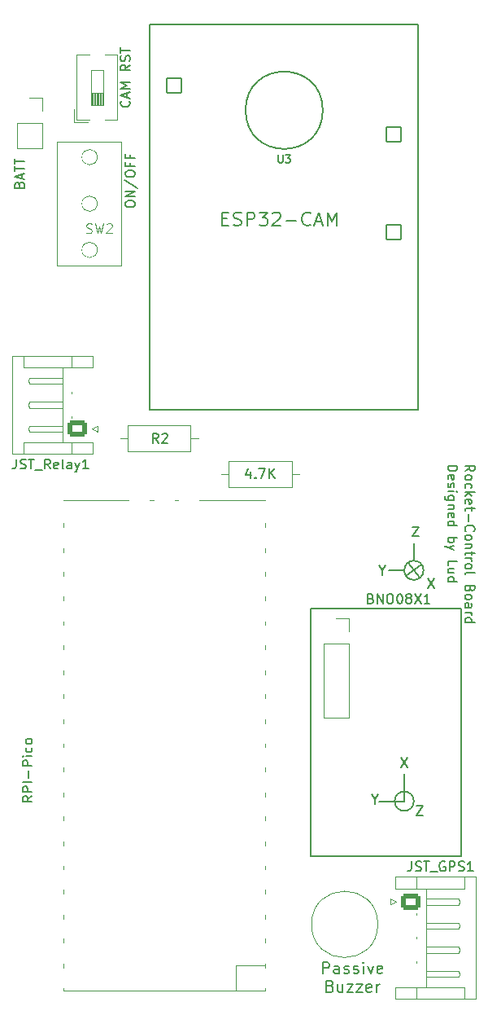
<source format=gto>
G04 #@! TF.GenerationSoftware,KiCad,Pcbnew,7.0.7*
G04 #@! TF.CreationDate,2024-03-11T23:00:31+01:00*
G04 #@! TF.ProjectId,RocketBoard,526f636b-6574-4426-9f61-72642e6b6963,rev?*
G04 #@! TF.SameCoordinates,Original*
G04 #@! TF.FileFunction,Legend,Top*
G04 #@! TF.FilePolarity,Positive*
%FSLAX46Y46*%
G04 Gerber Fmt 4.6, Leading zero omitted, Abs format (unit mm)*
G04 Created by KiCad (PCBNEW 7.0.7) date 2024-03-11 23:00:31*
%MOMM*%
%LPD*%
G01*
G04 APERTURE LIST*
G04 Aperture macros list*
%AMRoundRect*
0 Rectangle with rounded corners*
0 $1 Rounding radius*
0 $2 $3 $4 $5 $6 $7 $8 $9 X,Y pos of 4 corners*
0 Add a 4 corners polygon primitive as box body*
4,1,4,$2,$3,$4,$5,$6,$7,$8,$9,$2,$3,0*
0 Add four circle primitives for the rounded corners*
1,1,$1+$1,$2,$3*
1,1,$1+$1,$4,$5*
1,1,$1+$1,$6,$7*
1,1,$1+$1,$8,$9*
0 Add four rect primitives between the rounded corners*
20,1,$1+$1,$2,$3,$4,$5,0*
20,1,$1+$1,$4,$5,$6,$7,0*
20,1,$1+$1,$6,$7,$8,$9,0*
20,1,$1+$1,$8,$9,$2,$3,0*%
G04 Aperture macros list end*
%ADD10C,0.150000*%
%ADD11C,0.200000*%
%ADD12C,0.100000*%
%ADD13C,0.120000*%
%ADD14C,0.127000*%
%ADD15R,2.000000X2.000000*%
%ADD16C,2.000000*%
%ADD17R,1.700000X1.700000*%
%ADD18O,1.700000X1.700000*%
%ADD19RoundRect,0.250000X-0.725000X0.600000X-0.725000X-0.600000X0.725000X-0.600000X0.725000X0.600000X0*%
%ADD20O,1.950000X1.700000*%
%ADD21R,3.500000X1.700000*%
%ADD22R,1.700000X3.500000*%
%ADD23C,2.200000*%
%ADD24RoundRect,0.250000X0.725000X-0.600000X0.725000X0.600000X-0.725000X0.600000X-0.725000X-0.600000X0*%
%ADD25RoundRect,0.102000X0.762000X0.762000X-0.762000X0.762000X-0.762000X-0.762000X0.762000X-0.762000X0*%
%ADD26O,3.252000X1.728000*%
%ADD27C,1.600000*%
%ADD28O,1.600000X1.600000*%
%ADD29C,1.524000*%
%ADD30R,1.120000X2.440000*%
%ADD31O,3.500000X3.500000*%
%ADD32R,2.000000X1.905000*%
%ADD33O,2.000000X1.905000*%
G04 APERTURE END LIST*
D10*
X136900000Y-123950000D02*
X139500000Y-123950000D01*
X140500000Y-123950000D02*
G75*
G03*
X140500000Y-123950000I-1000000J0D01*
G01*
X139500000Y-123950000D02*
X139500000Y-121150000D01*
X137900000Y-99950000D02*
X139400000Y-99950000D01*
X141300000Y-99350000D02*
X139700000Y-100550000D01*
X129785000Y-103900000D02*
X145385000Y-103900000D01*
X145385000Y-129700000D01*
X129785000Y-129700000D01*
X129785000Y-103900000D01*
X139900000Y-99150000D02*
X141100000Y-100750000D01*
X140500000Y-98950000D02*
X140500000Y-97150000D01*
X141500000Y-99950000D02*
G75*
G03*
X141500000Y-99950000I-1000000J0D01*
G01*
X137227255Y-99943628D02*
X137227255Y-100419819D01*
X136893922Y-99419819D02*
X137227255Y-99943628D01*
X137227255Y-99943628D02*
X137560588Y-99419819D01*
X139141541Y-119419819D02*
X139808207Y-120419819D01*
X139808207Y-119419819D02*
X139141541Y-120419819D01*
X136427255Y-123743628D02*
X136427255Y-124219819D01*
X136093922Y-123219819D02*
X136427255Y-123743628D01*
X136427255Y-123743628D02*
X136760588Y-123219819D01*
X141941541Y-100819819D02*
X142608207Y-101819819D01*
X142608207Y-100819819D02*
X141941541Y-101819819D01*
D11*
X131014285Y-141860742D02*
X131014285Y-140660742D01*
X131014285Y-140660742D02*
X131471428Y-140660742D01*
X131471428Y-140660742D02*
X131585713Y-140717885D01*
X131585713Y-140717885D02*
X131642856Y-140775028D01*
X131642856Y-140775028D02*
X131699999Y-140889314D01*
X131699999Y-140889314D02*
X131699999Y-141060742D01*
X131699999Y-141060742D02*
X131642856Y-141175028D01*
X131642856Y-141175028D02*
X131585713Y-141232171D01*
X131585713Y-141232171D02*
X131471428Y-141289314D01*
X131471428Y-141289314D02*
X131014285Y-141289314D01*
X132728571Y-141860742D02*
X132728571Y-141232171D01*
X132728571Y-141232171D02*
X132671428Y-141117885D01*
X132671428Y-141117885D02*
X132557142Y-141060742D01*
X132557142Y-141060742D02*
X132328571Y-141060742D01*
X132328571Y-141060742D02*
X132214285Y-141117885D01*
X132728571Y-141803600D02*
X132614285Y-141860742D01*
X132614285Y-141860742D02*
X132328571Y-141860742D01*
X132328571Y-141860742D02*
X132214285Y-141803600D01*
X132214285Y-141803600D02*
X132157142Y-141689314D01*
X132157142Y-141689314D02*
X132157142Y-141575028D01*
X132157142Y-141575028D02*
X132214285Y-141460742D01*
X132214285Y-141460742D02*
X132328571Y-141403600D01*
X132328571Y-141403600D02*
X132614285Y-141403600D01*
X132614285Y-141403600D02*
X132728571Y-141346457D01*
X133242856Y-141803600D02*
X133357142Y-141860742D01*
X133357142Y-141860742D02*
X133585713Y-141860742D01*
X133585713Y-141860742D02*
X133699999Y-141803600D01*
X133699999Y-141803600D02*
X133757142Y-141689314D01*
X133757142Y-141689314D02*
X133757142Y-141632171D01*
X133757142Y-141632171D02*
X133699999Y-141517885D01*
X133699999Y-141517885D02*
X133585713Y-141460742D01*
X133585713Y-141460742D02*
X133414285Y-141460742D01*
X133414285Y-141460742D02*
X133299999Y-141403600D01*
X133299999Y-141403600D02*
X133242856Y-141289314D01*
X133242856Y-141289314D02*
X133242856Y-141232171D01*
X133242856Y-141232171D02*
X133299999Y-141117885D01*
X133299999Y-141117885D02*
X133414285Y-141060742D01*
X133414285Y-141060742D02*
X133585713Y-141060742D01*
X133585713Y-141060742D02*
X133699999Y-141117885D01*
X134214285Y-141803600D02*
X134328571Y-141860742D01*
X134328571Y-141860742D02*
X134557142Y-141860742D01*
X134557142Y-141860742D02*
X134671428Y-141803600D01*
X134671428Y-141803600D02*
X134728571Y-141689314D01*
X134728571Y-141689314D02*
X134728571Y-141632171D01*
X134728571Y-141632171D02*
X134671428Y-141517885D01*
X134671428Y-141517885D02*
X134557142Y-141460742D01*
X134557142Y-141460742D02*
X134385714Y-141460742D01*
X134385714Y-141460742D02*
X134271428Y-141403600D01*
X134271428Y-141403600D02*
X134214285Y-141289314D01*
X134214285Y-141289314D02*
X134214285Y-141232171D01*
X134214285Y-141232171D02*
X134271428Y-141117885D01*
X134271428Y-141117885D02*
X134385714Y-141060742D01*
X134385714Y-141060742D02*
X134557142Y-141060742D01*
X134557142Y-141060742D02*
X134671428Y-141117885D01*
X135242857Y-141860742D02*
X135242857Y-141060742D01*
X135242857Y-140660742D02*
X135185714Y-140717885D01*
X135185714Y-140717885D02*
X135242857Y-140775028D01*
X135242857Y-140775028D02*
X135300000Y-140717885D01*
X135300000Y-140717885D02*
X135242857Y-140660742D01*
X135242857Y-140660742D02*
X135242857Y-140775028D01*
X135700000Y-141060742D02*
X135985714Y-141860742D01*
X135985714Y-141860742D02*
X136271429Y-141060742D01*
X137185715Y-141803600D02*
X137071429Y-141860742D01*
X137071429Y-141860742D02*
X136842858Y-141860742D01*
X136842858Y-141860742D02*
X136728572Y-141803600D01*
X136728572Y-141803600D02*
X136671429Y-141689314D01*
X136671429Y-141689314D02*
X136671429Y-141232171D01*
X136671429Y-141232171D02*
X136728572Y-141117885D01*
X136728572Y-141117885D02*
X136842858Y-141060742D01*
X136842858Y-141060742D02*
X137071429Y-141060742D01*
X137071429Y-141060742D02*
X137185715Y-141117885D01*
X137185715Y-141117885D02*
X137242858Y-141232171D01*
X137242858Y-141232171D02*
X137242858Y-141346457D01*
X137242858Y-141346457D02*
X136671429Y-141460742D01*
X131785714Y-143164171D02*
X131957142Y-143221314D01*
X131957142Y-143221314D02*
X132014285Y-143278457D01*
X132014285Y-143278457D02*
X132071428Y-143392742D01*
X132071428Y-143392742D02*
X132071428Y-143564171D01*
X132071428Y-143564171D02*
X132014285Y-143678457D01*
X132014285Y-143678457D02*
X131957142Y-143735600D01*
X131957142Y-143735600D02*
X131842857Y-143792742D01*
X131842857Y-143792742D02*
X131385714Y-143792742D01*
X131385714Y-143792742D02*
X131385714Y-142592742D01*
X131385714Y-142592742D02*
X131785714Y-142592742D01*
X131785714Y-142592742D02*
X131900000Y-142649885D01*
X131900000Y-142649885D02*
X131957142Y-142707028D01*
X131957142Y-142707028D02*
X132014285Y-142821314D01*
X132014285Y-142821314D02*
X132014285Y-142935600D01*
X132014285Y-142935600D02*
X131957142Y-143049885D01*
X131957142Y-143049885D02*
X131900000Y-143107028D01*
X131900000Y-143107028D02*
X131785714Y-143164171D01*
X131785714Y-143164171D02*
X131385714Y-143164171D01*
X133100000Y-142992742D02*
X133100000Y-143792742D01*
X132585714Y-142992742D02*
X132585714Y-143621314D01*
X132585714Y-143621314D02*
X132642857Y-143735600D01*
X132642857Y-143735600D02*
X132757142Y-143792742D01*
X132757142Y-143792742D02*
X132928571Y-143792742D01*
X132928571Y-143792742D02*
X133042857Y-143735600D01*
X133042857Y-143735600D02*
X133100000Y-143678457D01*
X133557142Y-142992742D02*
X134185714Y-142992742D01*
X134185714Y-142992742D02*
X133557142Y-143792742D01*
X133557142Y-143792742D02*
X134185714Y-143792742D01*
X134528571Y-142992742D02*
X135157143Y-142992742D01*
X135157143Y-142992742D02*
X134528571Y-143792742D01*
X134528571Y-143792742D02*
X135157143Y-143792742D01*
X136071429Y-143735600D02*
X135957143Y-143792742D01*
X135957143Y-143792742D02*
X135728572Y-143792742D01*
X135728572Y-143792742D02*
X135614286Y-143735600D01*
X135614286Y-143735600D02*
X135557143Y-143621314D01*
X135557143Y-143621314D02*
X135557143Y-143164171D01*
X135557143Y-143164171D02*
X135614286Y-143049885D01*
X135614286Y-143049885D02*
X135728572Y-142992742D01*
X135728572Y-142992742D02*
X135957143Y-142992742D01*
X135957143Y-142992742D02*
X136071429Y-143049885D01*
X136071429Y-143049885D02*
X136128572Y-143164171D01*
X136128572Y-143164171D02*
X136128572Y-143278457D01*
X136128572Y-143278457D02*
X135557143Y-143392742D01*
X136642857Y-143792742D02*
X136642857Y-142992742D01*
X136642857Y-143221314D02*
X136700000Y-143107028D01*
X136700000Y-143107028D02*
X136757143Y-143049885D01*
X136757143Y-143049885D02*
X136871428Y-142992742D01*
X136871428Y-142992742D02*
X136985714Y-142992742D01*
D10*
X145830180Y-89658207D02*
X146306371Y-89324874D01*
X145830180Y-89086779D02*
X146830180Y-89086779D01*
X146830180Y-89086779D02*
X146830180Y-89467731D01*
X146830180Y-89467731D02*
X146782561Y-89562969D01*
X146782561Y-89562969D02*
X146734942Y-89610588D01*
X146734942Y-89610588D02*
X146639704Y-89658207D01*
X146639704Y-89658207D02*
X146496847Y-89658207D01*
X146496847Y-89658207D02*
X146401609Y-89610588D01*
X146401609Y-89610588D02*
X146353990Y-89562969D01*
X146353990Y-89562969D02*
X146306371Y-89467731D01*
X146306371Y-89467731D02*
X146306371Y-89086779D01*
X145830180Y-90229636D02*
X145877800Y-90134398D01*
X145877800Y-90134398D02*
X145925419Y-90086779D01*
X145925419Y-90086779D02*
X146020657Y-90039160D01*
X146020657Y-90039160D02*
X146306371Y-90039160D01*
X146306371Y-90039160D02*
X146401609Y-90086779D01*
X146401609Y-90086779D02*
X146449228Y-90134398D01*
X146449228Y-90134398D02*
X146496847Y-90229636D01*
X146496847Y-90229636D02*
X146496847Y-90372493D01*
X146496847Y-90372493D02*
X146449228Y-90467731D01*
X146449228Y-90467731D02*
X146401609Y-90515350D01*
X146401609Y-90515350D02*
X146306371Y-90562969D01*
X146306371Y-90562969D02*
X146020657Y-90562969D01*
X146020657Y-90562969D02*
X145925419Y-90515350D01*
X145925419Y-90515350D02*
X145877800Y-90467731D01*
X145877800Y-90467731D02*
X145830180Y-90372493D01*
X145830180Y-90372493D02*
X145830180Y-90229636D01*
X145877800Y-91420112D02*
X145830180Y-91324874D01*
X145830180Y-91324874D02*
X145830180Y-91134398D01*
X145830180Y-91134398D02*
X145877800Y-91039160D01*
X145877800Y-91039160D02*
X145925419Y-90991541D01*
X145925419Y-90991541D02*
X146020657Y-90943922D01*
X146020657Y-90943922D02*
X146306371Y-90943922D01*
X146306371Y-90943922D02*
X146401609Y-90991541D01*
X146401609Y-90991541D02*
X146449228Y-91039160D01*
X146449228Y-91039160D02*
X146496847Y-91134398D01*
X146496847Y-91134398D02*
X146496847Y-91324874D01*
X146496847Y-91324874D02*
X146449228Y-91420112D01*
X145830180Y-91848684D02*
X146830180Y-91848684D01*
X146211133Y-91943922D02*
X145830180Y-92229636D01*
X146496847Y-92229636D02*
X146115895Y-91848684D01*
X145877800Y-93039160D02*
X145830180Y-92943922D01*
X145830180Y-92943922D02*
X145830180Y-92753446D01*
X145830180Y-92753446D02*
X145877800Y-92658208D01*
X145877800Y-92658208D02*
X145973038Y-92610589D01*
X145973038Y-92610589D02*
X146353990Y-92610589D01*
X146353990Y-92610589D02*
X146449228Y-92658208D01*
X146449228Y-92658208D02*
X146496847Y-92753446D01*
X146496847Y-92753446D02*
X146496847Y-92943922D01*
X146496847Y-92943922D02*
X146449228Y-93039160D01*
X146449228Y-93039160D02*
X146353990Y-93086779D01*
X146353990Y-93086779D02*
X146258752Y-93086779D01*
X146258752Y-93086779D02*
X146163514Y-92610589D01*
X146496847Y-93372494D02*
X146496847Y-93753446D01*
X146830180Y-93515351D02*
X145973038Y-93515351D01*
X145973038Y-93515351D02*
X145877800Y-93562970D01*
X145877800Y-93562970D02*
X145830180Y-93658208D01*
X145830180Y-93658208D02*
X145830180Y-93753446D01*
X146211133Y-94086780D02*
X146211133Y-94848685D01*
X145925419Y-95896303D02*
X145877800Y-95848684D01*
X145877800Y-95848684D02*
X145830180Y-95705827D01*
X145830180Y-95705827D02*
X145830180Y-95610589D01*
X145830180Y-95610589D02*
X145877800Y-95467732D01*
X145877800Y-95467732D02*
X145973038Y-95372494D01*
X145973038Y-95372494D02*
X146068276Y-95324875D01*
X146068276Y-95324875D02*
X146258752Y-95277256D01*
X146258752Y-95277256D02*
X146401609Y-95277256D01*
X146401609Y-95277256D02*
X146592085Y-95324875D01*
X146592085Y-95324875D02*
X146687323Y-95372494D01*
X146687323Y-95372494D02*
X146782561Y-95467732D01*
X146782561Y-95467732D02*
X146830180Y-95610589D01*
X146830180Y-95610589D02*
X146830180Y-95705827D01*
X146830180Y-95705827D02*
X146782561Y-95848684D01*
X146782561Y-95848684D02*
X146734942Y-95896303D01*
X145830180Y-96467732D02*
X145877800Y-96372494D01*
X145877800Y-96372494D02*
X145925419Y-96324875D01*
X145925419Y-96324875D02*
X146020657Y-96277256D01*
X146020657Y-96277256D02*
X146306371Y-96277256D01*
X146306371Y-96277256D02*
X146401609Y-96324875D01*
X146401609Y-96324875D02*
X146449228Y-96372494D01*
X146449228Y-96372494D02*
X146496847Y-96467732D01*
X146496847Y-96467732D02*
X146496847Y-96610589D01*
X146496847Y-96610589D02*
X146449228Y-96705827D01*
X146449228Y-96705827D02*
X146401609Y-96753446D01*
X146401609Y-96753446D02*
X146306371Y-96801065D01*
X146306371Y-96801065D02*
X146020657Y-96801065D01*
X146020657Y-96801065D02*
X145925419Y-96753446D01*
X145925419Y-96753446D02*
X145877800Y-96705827D01*
X145877800Y-96705827D02*
X145830180Y-96610589D01*
X145830180Y-96610589D02*
X145830180Y-96467732D01*
X146496847Y-97229637D02*
X145830180Y-97229637D01*
X146401609Y-97229637D02*
X146449228Y-97277256D01*
X146449228Y-97277256D02*
X146496847Y-97372494D01*
X146496847Y-97372494D02*
X146496847Y-97515351D01*
X146496847Y-97515351D02*
X146449228Y-97610589D01*
X146449228Y-97610589D02*
X146353990Y-97658208D01*
X146353990Y-97658208D02*
X145830180Y-97658208D01*
X146496847Y-97991542D02*
X146496847Y-98372494D01*
X146830180Y-98134399D02*
X145973038Y-98134399D01*
X145973038Y-98134399D02*
X145877800Y-98182018D01*
X145877800Y-98182018D02*
X145830180Y-98277256D01*
X145830180Y-98277256D02*
X145830180Y-98372494D01*
X145830180Y-98705828D02*
X146496847Y-98705828D01*
X146306371Y-98705828D02*
X146401609Y-98753447D01*
X146401609Y-98753447D02*
X146449228Y-98801066D01*
X146449228Y-98801066D02*
X146496847Y-98896304D01*
X146496847Y-98896304D02*
X146496847Y-98991542D01*
X145830180Y-99467733D02*
X145877800Y-99372495D01*
X145877800Y-99372495D02*
X145925419Y-99324876D01*
X145925419Y-99324876D02*
X146020657Y-99277257D01*
X146020657Y-99277257D02*
X146306371Y-99277257D01*
X146306371Y-99277257D02*
X146401609Y-99324876D01*
X146401609Y-99324876D02*
X146449228Y-99372495D01*
X146449228Y-99372495D02*
X146496847Y-99467733D01*
X146496847Y-99467733D02*
X146496847Y-99610590D01*
X146496847Y-99610590D02*
X146449228Y-99705828D01*
X146449228Y-99705828D02*
X146401609Y-99753447D01*
X146401609Y-99753447D02*
X146306371Y-99801066D01*
X146306371Y-99801066D02*
X146020657Y-99801066D01*
X146020657Y-99801066D02*
X145925419Y-99753447D01*
X145925419Y-99753447D02*
X145877800Y-99705828D01*
X145877800Y-99705828D02*
X145830180Y-99610590D01*
X145830180Y-99610590D02*
X145830180Y-99467733D01*
X145830180Y-100372495D02*
X145877800Y-100277257D01*
X145877800Y-100277257D02*
X145973038Y-100229638D01*
X145973038Y-100229638D02*
X146830180Y-100229638D01*
X146353990Y-101848686D02*
X146306371Y-101991543D01*
X146306371Y-101991543D02*
X146258752Y-102039162D01*
X146258752Y-102039162D02*
X146163514Y-102086781D01*
X146163514Y-102086781D02*
X146020657Y-102086781D01*
X146020657Y-102086781D02*
X145925419Y-102039162D01*
X145925419Y-102039162D02*
X145877800Y-101991543D01*
X145877800Y-101991543D02*
X145830180Y-101896305D01*
X145830180Y-101896305D02*
X145830180Y-101515353D01*
X145830180Y-101515353D02*
X146830180Y-101515353D01*
X146830180Y-101515353D02*
X146830180Y-101848686D01*
X146830180Y-101848686D02*
X146782561Y-101943924D01*
X146782561Y-101943924D02*
X146734942Y-101991543D01*
X146734942Y-101991543D02*
X146639704Y-102039162D01*
X146639704Y-102039162D02*
X146544466Y-102039162D01*
X146544466Y-102039162D02*
X146449228Y-101991543D01*
X146449228Y-101991543D02*
X146401609Y-101943924D01*
X146401609Y-101943924D02*
X146353990Y-101848686D01*
X146353990Y-101848686D02*
X146353990Y-101515353D01*
X145830180Y-102658210D02*
X145877800Y-102562972D01*
X145877800Y-102562972D02*
X145925419Y-102515353D01*
X145925419Y-102515353D02*
X146020657Y-102467734D01*
X146020657Y-102467734D02*
X146306371Y-102467734D01*
X146306371Y-102467734D02*
X146401609Y-102515353D01*
X146401609Y-102515353D02*
X146449228Y-102562972D01*
X146449228Y-102562972D02*
X146496847Y-102658210D01*
X146496847Y-102658210D02*
X146496847Y-102801067D01*
X146496847Y-102801067D02*
X146449228Y-102896305D01*
X146449228Y-102896305D02*
X146401609Y-102943924D01*
X146401609Y-102943924D02*
X146306371Y-102991543D01*
X146306371Y-102991543D02*
X146020657Y-102991543D01*
X146020657Y-102991543D02*
X145925419Y-102943924D01*
X145925419Y-102943924D02*
X145877800Y-102896305D01*
X145877800Y-102896305D02*
X145830180Y-102801067D01*
X145830180Y-102801067D02*
X145830180Y-102658210D01*
X145830180Y-103848686D02*
X146353990Y-103848686D01*
X146353990Y-103848686D02*
X146449228Y-103801067D01*
X146449228Y-103801067D02*
X146496847Y-103705829D01*
X146496847Y-103705829D02*
X146496847Y-103515353D01*
X146496847Y-103515353D02*
X146449228Y-103420115D01*
X145877800Y-103848686D02*
X145830180Y-103753448D01*
X145830180Y-103753448D02*
X145830180Y-103515353D01*
X145830180Y-103515353D02*
X145877800Y-103420115D01*
X145877800Y-103420115D02*
X145973038Y-103372496D01*
X145973038Y-103372496D02*
X146068276Y-103372496D01*
X146068276Y-103372496D02*
X146163514Y-103420115D01*
X146163514Y-103420115D02*
X146211133Y-103515353D01*
X146211133Y-103515353D02*
X146211133Y-103753448D01*
X146211133Y-103753448D02*
X146258752Y-103848686D01*
X145830180Y-104324877D02*
X146496847Y-104324877D01*
X146306371Y-104324877D02*
X146401609Y-104372496D01*
X146401609Y-104372496D02*
X146449228Y-104420115D01*
X146449228Y-104420115D02*
X146496847Y-104515353D01*
X146496847Y-104515353D02*
X146496847Y-104610591D01*
X145830180Y-105372496D02*
X146830180Y-105372496D01*
X145877800Y-105372496D02*
X145830180Y-105277258D01*
X145830180Y-105277258D02*
X145830180Y-105086782D01*
X145830180Y-105086782D02*
X145877800Y-104991544D01*
X145877800Y-104991544D02*
X145925419Y-104943925D01*
X145925419Y-104943925D02*
X146020657Y-104896306D01*
X146020657Y-104896306D02*
X146306371Y-104896306D01*
X146306371Y-104896306D02*
X146401609Y-104943925D01*
X146401609Y-104943925D02*
X146449228Y-104991544D01*
X146449228Y-104991544D02*
X146496847Y-105086782D01*
X146496847Y-105086782D02*
X146496847Y-105277258D01*
X146496847Y-105277258D02*
X146449228Y-105372496D01*
X144030180Y-89086779D02*
X145030180Y-89086779D01*
X145030180Y-89086779D02*
X145030180Y-89324874D01*
X145030180Y-89324874D02*
X144982561Y-89467731D01*
X144982561Y-89467731D02*
X144887323Y-89562969D01*
X144887323Y-89562969D02*
X144792085Y-89610588D01*
X144792085Y-89610588D02*
X144601609Y-89658207D01*
X144601609Y-89658207D02*
X144458752Y-89658207D01*
X144458752Y-89658207D02*
X144268276Y-89610588D01*
X144268276Y-89610588D02*
X144173038Y-89562969D01*
X144173038Y-89562969D02*
X144077800Y-89467731D01*
X144077800Y-89467731D02*
X144030180Y-89324874D01*
X144030180Y-89324874D02*
X144030180Y-89086779D01*
X144077800Y-90467731D02*
X144030180Y-90372493D01*
X144030180Y-90372493D02*
X144030180Y-90182017D01*
X144030180Y-90182017D02*
X144077800Y-90086779D01*
X144077800Y-90086779D02*
X144173038Y-90039160D01*
X144173038Y-90039160D02*
X144553990Y-90039160D01*
X144553990Y-90039160D02*
X144649228Y-90086779D01*
X144649228Y-90086779D02*
X144696847Y-90182017D01*
X144696847Y-90182017D02*
X144696847Y-90372493D01*
X144696847Y-90372493D02*
X144649228Y-90467731D01*
X144649228Y-90467731D02*
X144553990Y-90515350D01*
X144553990Y-90515350D02*
X144458752Y-90515350D01*
X144458752Y-90515350D02*
X144363514Y-90039160D01*
X144077800Y-90896303D02*
X144030180Y-90991541D01*
X144030180Y-90991541D02*
X144030180Y-91182017D01*
X144030180Y-91182017D02*
X144077800Y-91277255D01*
X144077800Y-91277255D02*
X144173038Y-91324874D01*
X144173038Y-91324874D02*
X144220657Y-91324874D01*
X144220657Y-91324874D02*
X144315895Y-91277255D01*
X144315895Y-91277255D02*
X144363514Y-91182017D01*
X144363514Y-91182017D02*
X144363514Y-91039160D01*
X144363514Y-91039160D02*
X144411133Y-90943922D01*
X144411133Y-90943922D02*
X144506371Y-90896303D01*
X144506371Y-90896303D02*
X144553990Y-90896303D01*
X144553990Y-90896303D02*
X144649228Y-90943922D01*
X144649228Y-90943922D02*
X144696847Y-91039160D01*
X144696847Y-91039160D02*
X144696847Y-91182017D01*
X144696847Y-91182017D02*
X144649228Y-91277255D01*
X144030180Y-91753446D02*
X144696847Y-91753446D01*
X145030180Y-91753446D02*
X144982561Y-91705827D01*
X144982561Y-91705827D02*
X144934942Y-91753446D01*
X144934942Y-91753446D02*
X144982561Y-91801065D01*
X144982561Y-91801065D02*
X145030180Y-91753446D01*
X145030180Y-91753446D02*
X144934942Y-91753446D01*
X144696847Y-92658207D02*
X143887323Y-92658207D01*
X143887323Y-92658207D02*
X143792085Y-92610588D01*
X143792085Y-92610588D02*
X143744466Y-92562969D01*
X143744466Y-92562969D02*
X143696847Y-92467731D01*
X143696847Y-92467731D02*
X143696847Y-92324874D01*
X143696847Y-92324874D02*
X143744466Y-92229636D01*
X144077800Y-92658207D02*
X144030180Y-92562969D01*
X144030180Y-92562969D02*
X144030180Y-92372493D01*
X144030180Y-92372493D02*
X144077800Y-92277255D01*
X144077800Y-92277255D02*
X144125419Y-92229636D01*
X144125419Y-92229636D02*
X144220657Y-92182017D01*
X144220657Y-92182017D02*
X144506371Y-92182017D01*
X144506371Y-92182017D02*
X144601609Y-92229636D01*
X144601609Y-92229636D02*
X144649228Y-92277255D01*
X144649228Y-92277255D02*
X144696847Y-92372493D01*
X144696847Y-92372493D02*
X144696847Y-92562969D01*
X144696847Y-92562969D02*
X144649228Y-92658207D01*
X144696847Y-93134398D02*
X144030180Y-93134398D01*
X144601609Y-93134398D02*
X144649228Y-93182017D01*
X144649228Y-93182017D02*
X144696847Y-93277255D01*
X144696847Y-93277255D02*
X144696847Y-93420112D01*
X144696847Y-93420112D02*
X144649228Y-93515350D01*
X144649228Y-93515350D02*
X144553990Y-93562969D01*
X144553990Y-93562969D02*
X144030180Y-93562969D01*
X144077800Y-94420112D02*
X144030180Y-94324874D01*
X144030180Y-94324874D02*
X144030180Y-94134398D01*
X144030180Y-94134398D02*
X144077800Y-94039160D01*
X144077800Y-94039160D02*
X144173038Y-93991541D01*
X144173038Y-93991541D02*
X144553990Y-93991541D01*
X144553990Y-93991541D02*
X144649228Y-94039160D01*
X144649228Y-94039160D02*
X144696847Y-94134398D01*
X144696847Y-94134398D02*
X144696847Y-94324874D01*
X144696847Y-94324874D02*
X144649228Y-94420112D01*
X144649228Y-94420112D02*
X144553990Y-94467731D01*
X144553990Y-94467731D02*
X144458752Y-94467731D01*
X144458752Y-94467731D02*
X144363514Y-93991541D01*
X144030180Y-95324874D02*
X145030180Y-95324874D01*
X144077800Y-95324874D02*
X144030180Y-95229636D01*
X144030180Y-95229636D02*
X144030180Y-95039160D01*
X144030180Y-95039160D02*
X144077800Y-94943922D01*
X144077800Y-94943922D02*
X144125419Y-94896303D01*
X144125419Y-94896303D02*
X144220657Y-94848684D01*
X144220657Y-94848684D02*
X144506371Y-94848684D01*
X144506371Y-94848684D02*
X144601609Y-94896303D01*
X144601609Y-94896303D02*
X144649228Y-94943922D01*
X144649228Y-94943922D02*
X144696847Y-95039160D01*
X144696847Y-95039160D02*
X144696847Y-95229636D01*
X144696847Y-95229636D02*
X144649228Y-95324874D01*
X144030180Y-96562970D02*
X145030180Y-96562970D01*
X144649228Y-96562970D02*
X144696847Y-96658208D01*
X144696847Y-96658208D02*
X144696847Y-96848684D01*
X144696847Y-96848684D02*
X144649228Y-96943922D01*
X144649228Y-96943922D02*
X144601609Y-96991541D01*
X144601609Y-96991541D02*
X144506371Y-97039160D01*
X144506371Y-97039160D02*
X144220657Y-97039160D01*
X144220657Y-97039160D02*
X144125419Y-96991541D01*
X144125419Y-96991541D02*
X144077800Y-96943922D01*
X144077800Y-96943922D02*
X144030180Y-96848684D01*
X144030180Y-96848684D02*
X144030180Y-96658208D01*
X144030180Y-96658208D02*
X144077800Y-96562970D01*
X144696847Y-97372494D02*
X144030180Y-97610589D01*
X144696847Y-97848684D02*
X144030180Y-97610589D01*
X144030180Y-97610589D02*
X143792085Y-97515351D01*
X143792085Y-97515351D02*
X143744466Y-97467732D01*
X143744466Y-97467732D02*
X143696847Y-97372494D01*
X144030180Y-99467732D02*
X144030180Y-98991542D01*
X144030180Y-98991542D02*
X145030180Y-98991542D01*
X144696847Y-100229637D02*
X144030180Y-100229637D01*
X144696847Y-99801066D02*
X144173038Y-99801066D01*
X144173038Y-99801066D02*
X144077800Y-99848685D01*
X144077800Y-99848685D02*
X144030180Y-99943923D01*
X144030180Y-99943923D02*
X144030180Y-100086780D01*
X144030180Y-100086780D02*
X144077800Y-100182018D01*
X144077800Y-100182018D02*
X144125419Y-100229637D01*
X144030180Y-101134399D02*
X145030180Y-101134399D01*
X144077800Y-101134399D02*
X144030180Y-101039161D01*
X144030180Y-101039161D02*
X144030180Y-100848685D01*
X144030180Y-100848685D02*
X144077800Y-100753447D01*
X144077800Y-100753447D02*
X144125419Y-100705828D01*
X144125419Y-100705828D02*
X144220657Y-100658209D01*
X144220657Y-100658209D02*
X144506371Y-100658209D01*
X144506371Y-100658209D02*
X144601609Y-100705828D01*
X144601609Y-100705828D02*
X144649228Y-100753447D01*
X144649228Y-100753447D02*
X144696847Y-100848685D01*
X144696847Y-100848685D02*
X144696847Y-101039161D01*
X144696847Y-101039161D02*
X144649228Y-101134399D01*
X140741541Y-124419819D02*
X141408207Y-124419819D01*
X141408207Y-124419819D02*
X140741541Y-125419819D01*
X140741541Y-125419819D02*
X141408207Y-125419819D01*
X140341541Y-95419819D02*
X141008207Y-95419819D01*
X141008207Y-95419819D02*
X140341541Y-96419819D01*
X140341541Y-96419819D02*
X141008207Y-96419819D01*
X136019047Y-102881009D02*
X136161904Y-102928628D01*
X136161904Y-102928628D02*
X136209523Y-102976247D01*
X136209523Y-102976247D02*
X136257142Y-103071485D01*
X136257142Y-103071485D02*
X136257142Y-103214342D01*
X136257142Y-103214342D02*
X136209523Y-103309580D01*
X136209523Y-103309580D02*
X136161904Y-103357200D01*
X136161904Y-103357200D02*
X136066666Y-103404819D01*
X136066666Y-103404819D02*
X135685714Y-103404819D01*
X135685714Y-103404819D02*
X135685714Y-102404819D01*
X135685714Y-102404819D02*
X136019047Y-102404819D01*
X136019047Y-102404819D02*
X136114285Y-102452438D01*
X136114285Y-102452438D02*
X136161904Y-102500057D01*
X136161904Y-102500057D02*
X136209523Y-102595295D01*
X136209523Y-102595295D02*
X136209523Y-102690533D01*
X136209523Y-102690533D02*
X136161904Y-102785771D01*
X136161904Y-102785771D02*
X136114285Y-102833390D01*
X136114285Y-102833390D02*
X136019047Y-102881009D01*
X136019047Y-102881009D02*
X135685714Y-102881009D01*
X136685714Y-103404819D02*
X136685714Y-102404819D01*
X136685714Y-102404819D02*
X137257142Y-103404819D01*
X137257142Y-103404819D02*
X137257142Y-102404819D01*
X137923809Y-102404819D02*
X138114285Y-102404819D01*
X138114285Y-102404819D02*
X138209523Y-102452438D01*
X138209523Y-102452438D02*
X138304761Y-102547676D01*
X138304761Y-102547676D02*
X138352380Y-102738152D01*
X138352380Y-102738152D02*
X138352380Y-103071485D01*
X138352380Y-103071485D02*
X138304761Y-103261961D01*
X138304761Y-103261961D02*
X138209523Y-103357200D01*
X138209523Y-103357200D02*
X138114285Y-103404819D01*
X138114285Y-103404819D02*
X137923809Y-103404819D01*
X137923809Y-103404819D02*
X137828571Y-103357200D01*
X137828571Y-103357200D02*
X137733333Y-103261961D01*
X137733333Y-103261961D02*
X137685714Y-103071485D01*
X137685714Y-103071485D02*
X137685714Y-102738152D01*
X137685714Y-102738152D02*
X137733333Y-102547676D01*
X137733333Y-102547676D02*
X137828571Y-102452438D01*
X137828571Y-102452438D02*
X137923809Y-102404819D01*
X138971428Y-102404819D02*
X139066666Y-102404819D01*
X139066666Y-102404819D02*
X139161904Y-102452438D01*
X139161904Y-102452438D02*
X139209523Y-102500057D01*
X139209523Y-102500057D02*
X139257142Y-102595295D01*
X139257142Y-102595295D02*
X139304761Y-102785771D01*
X139304761Y-102785771D02*
X139304761Y-103023866D01*
X139304761Y-103023866D02*
X139257142Y-103214342D01*
X139257142Y-103214342D02*
X139209523Y-103309580D01*
X139209523Y-103309580D02*
X139161904Y-103357200D01*
X139161904Y-103357200D02*
X139066666Y-103404819D01*
X139066666Y-103404819D02*
X138971428Y-103404819D01*
X138971428Y-103404819D02*
X138876190Y-103357200D01*
X138876190Y-103357200D02*
X138828571Y-103309580D01*
X138828571Y-103309580D02*
X138780952Y-103214342D01*
X138780952Y-103214342D02*
X138733333Y-103023866D01*
X138733333Y-103023866D02*
X138733333Y-102785771D01*
X138733333Y-102785771D02*
X138780952Y-102595295D01*
X138780952Y-102595295D02*
X138828571Y-102500057D01*
X138828571Y-102500057D02*
X138876190Y-102452438D01*
X138876190Y-102452438D02*
X138971428Y-102404819D01*
X139876190Y-102833390D02*
X139780952Y-102785771D01*
X139780952Y-102785771D02*
X139733333Y-102738152D01*
X139733333Y-102738152D02*
X139685714Y-102642914D01*
X139685714Y-102642914D02*
X139685714Y-102595295D01*
X139685714Y-102595295D02*
X139733333Y-102500057D01*
X139733333Y-102500057D02*
X139780952Y-102452438D01*
X139780952Y-102452438D02*
X139876190Y-102404819D01*
X139876190Y-102404819D02*
X140066666Y-102404819D01*
X140066666Y-102404819D02*
X140161904Y-102452438D01*
X140161904Y-102452438D02*
X140209523Y-102500057D01*
X140209523Y-102500057D02*
X140257142Y-102595295D01*
X140257142Y-102595295D02*
X140257142Y-102642914D01*
X140257142Y-102642914D02*
X140209523Y-102738152D01*
X140209523Y-102738152D02*
X140161904Y-102785771D01*
X140161904Y-102785771D02*
X140066666Y-102833390D01*
X140066666Y-102833390D02*
X139876190Y-102833390D01*
X139876190Y-102833390D02*
X139780952Y-102881009D01*
X139780952Y-102881009D02*
X139733333Y-102928628D01*
X139733333Y-102928628D02*
X139685714Y-103023866D01*
X139685714Y-103023866D02*
X139685714Y-103214342D01*
X139685714Y-103214342D02*
X139733333Y-103309580D01*
X139733333Y-103309580D02*
X139780952Y-103357200D01*
X139780952Y-103357200D02*
X139876190Y-103404819D01*
X139876190Y-103404819D02*
X140066666Y-103404819D01*
X140066666Y-103404819D02*
X140161904Y-103357200D01*
X140161904Y-103357200D02*
X140209523Y-103309580D01*
X140209523Y-103309580D02*
X140257142Y-103214342D01*
X140257142Y-103214342D02*
X140257142Y-103023866D01*
X140257142Y-103023866D02*
X140209523Y-102928628D01*
X140209523Y-102928628D02*
X140161904Y-102881009D01*
X140161904Y-102881009D02*
X140066666Y-102833390D01*
X140590476Y-102404819D02*
X141257142Y-103404819D01*
X141257142Y-102404819D02*
X140590476Y-103404819D01*
X142161904Y-103404819D02*
X141590476Y-103404819D01*
X141876190Y-103404819D02*
X141876190Y-102404819D01*
X141876190Y-102404819D02*
X141780952Y-102547676D01*
X141780952Y-102547676D02*
X141685714Y-102642914D01*
X141685714Y-102642914D02*
X141590476Y-102690533D01*
X140252380Y-130204819D02*
X140252380Y-130919104D01*
X140252380Y-130919104D02*
X140204761Y-131061961D01*
X140204761Y-131061961D02*
X140109523Y-131157200D01*
X140109523Y-131157200D02*
X139966666Y-131204819D01*
X139966666Y-131204819D02*
X139871428Y-131204819D01*
X140680952Y-131157200D02*
X140823809Y-131204819D01*
X140823809Y-131204819D02*
X141061904Y-131204819D01*
X141061904Y-131204819D02*
X141157142Y-131157200D01*
X141157142Y-131157200D02*
X141204761Y-131109580D01*
X141204761Y-131109580D02*
X141252380Y-131014342D01*
X141252380Y-131014342D02*
X141252380Y-130919104D01*
X141252380Y-130919104D02*
X141204761Y-130823866D01*
X141204761Y-130823866D02*
X141157142Y-130776247D01*
X141157142Y-130776247D02*
X141061904Y-130728628D01*
X141061904Y-130728628D02*
X140871428Y-130681009D01*
X140871428Y-130681009D02*
X140776190Y-130633390D01*
X140776190Y-130633390D02*
X140728571Y-130585771D01*
X140728571Y-130585771D02*
X140680952Y-130490533D01*
X140680952Y-130490533D02*
X140680952Y-130395295D01*
X140680952Y-130395295D02*
X140728571Y-130300057D01*
X140728571Y-130300057D02*
X140776190Y-130252438D01*
X140776190Y-130252438D02*
X140871428Y-130204819D01*
X140871428Y-130204819D02*
X141109523Y-130204819D01*
X141109523Y-130204819D02*
X141252380Y-130252438D01*
X141538095Y-130204819D02*
X142109523Y-130204819D01*
X141823809Y-131204819D02*
X141823809Y-130204819D01*
X142204762Y-131300057D02*
X142966666Y-131300057D01*
X143728571Y-130252438D02*
X143633333Y-130204819D01*
X143633333Y-130204819D02*
X143490476Y-130204819D01*
X143490476Y-130204819D02*
X143347619Y-130252438D01*
X143347619Y-130252438D02*
X143252381Y-130347676D01*
X143252381Y-130347676D02*
X143204762Y-130442914D01*
X143204762Y-130442914D02*
X143157143Y-130633390D01*
X143157143Y-130633390D02*
X143157143Y-130776247D01*
X143157143Y-130776247D02*
X143204762Y-130966723D01*
X143204762Y-130966723D02*
X143252381Y-131061961D01*
X143252381Y-131061961D02*
X143347619Y-131157200D01*
X143347619Y-131157200D02*
X143490476Y-131204819D01*
X143490476Y-131204819D02*
X143585714Y-131204819D01*
X143585714Y-131204819D02*
X143728571Y-131157200D01*
X143728571Y-131157200D02*
X143776190Y-131109580D01*
X143776190Y-131109580D02*
X143776190Y-130776247D01*
X143776190Y-130776247D02*
X143585714Y-130776247D01*
X144204762Y-131204819D02*
X144204762Y-130204819D01*
X144204762Y-130204819D02*
X144585714Y-130204819D01*
X144585714Y-130204819D02*
X144680952Y-130252438D01*
X144680952Y-130252438D02*
X144728571Y-130300057D01*
X144728571Y-130300057D02*
X144776190Y-130395295D01*
X144776190Y-130395295D02*
X144776190Y-130538152D01*
X144776190Y-130538152D02*
X144728571Y-130633390D01*
X144728571Y-130633390D02*
X144680952Y-130681009D01*
X144680952Y-130681009D02*
X144585714Y-130728628D01*
X144585714Y-130728628D02*
X144204762Y-130728628D01*
X145157143Y-131157200D02*
X145300000Y-131204819D01*
X145300000Y-131204819D02*
X145538095Y-131204819D01*
X145538095Y-131204819D02*
X145633333Y-131157200D01*
X145633333Y-131157200D02*
X145680952Y-131109580D01*
X145680952Y-131109580D02*
X145728571Y-131014342D01*
X145728571Y-131014342D02*
X145728571Y-130919104D01*
X145728571Y-130919104D02*
X145680952Y-130823866D01*
X145680952Y-130823866D02*
X145633333Y-130776247D01*
X145633333Y-130776247D02*
X145538095Y-130728628D01*
X145538095Y-130728628D02*
X145347619Y-130681009D01*
X145347619Y-130681009D02*
X145252381Y-130633390D01*
X145252381Y-130633390D02*
X145204762Y-130585771D01*
X145204762Y-130585771D02*
X145157143Y-130490533D01*
X145157143Y-130490533D02*
X145157143Y-130395295D01*
X145157143Y-130395295D02*
X145204762Y-130300057D01*
X145204762Y-130300057D02*
X145252381Y-130252438D01*
X145252381Y-130252438D02*
X145347619Y-130204819D01*
X145347619Y-130204819D02*
X145585714Y-130204819D01*
X145585714Y-130204819D02*
X145728571Y-130252438D01*
X146680952Y-131204819D02*
X146109524Y-131204819D01*
X146395238Y-131204819D02*
X146395238Y-130204819D01*
X146395238Y-130204819D02*
X146300000Y-130347676D01*
X146300000Y-130347676D02*
X146204762Y-130442914D01*
X146204762Y-130442914D02*
X146109524Y-130490533D01*
X100754819Y-123416666D02*
X100278628Y-123749999D01*
X100754819Y-123988094D02*
X99754819Y-123988094D01*
X99754819Y-123988094D02*
X99754819Y-123607142D01*
X99754819Y-123607142D02*
X99802438Y-123511904D01*
X99802438Y-123511904D02*
X99850057Y-123464285D01*
X99850057Y-123464285D02*
X99945295Y-123416666D01*
X99945295Y-123416666D02*
X100088152Y-123416666D01*
X100088152Y-123416666D02*
X100183390Y-123464285D01*
X100183390Y-123464285D02*
X100231009Y-123511904D01*
X100231009Y-123511904D02*
X100278628Y-123607142D01*
X100278628Y-123607142D02*
X100278628Y-123988094D01*
X100754819Y-122988094D02*
X99754819Y-122988094D01*
X99754819Y-122988094D02*
X99754819Y-122607142D01*
X99754819Y-122607142D02*
X99802438Y-122511904D01*
X99802438Y-122511904D02*
X99850057Y-122464285D01*
X99850057Y-122464285D02*
X99945295Y-122416666D01*
X99945295Y-122416666D02*
X100088152Y-122416666D01*
X100088152Y-122416666D02*
X100183390Y-122464285D01*
X100183390Y-122464285D02*
X100231009Y-122511904D01*
X100231009Y-122511904D02*
X100278628Y-122607142D01*
X100278628Y-122607142D02*
X100278628Y-122988094D01*
X100754819Y-121988094D02*
X99754819Y-121988094D01*
X100373866Y-121511904D02*
X100373866Y-120750000D01*
X100754819Y-120273809D02*
X99754819Y-120273809D01*
X99754819Y-120273809D02*
X99754819Y-119892857D01*
X99754819Y-119892857D02*
X99802438Y-119797619D01*
X99802438Y-119797619D02*
X99850057Y-119750000D01*
X99850057Y-119750000D02*
X99945295Y-119702381D01*
X99945295Y-119702381D02*
X100088152Y-119702381D01*
X100088152Y-119702381D02*
X100183390Y-119750000D01*
X100183390Y-119750000D02*
X100231009Y-119797619D01*
X100231009Y-119797619D02*
X100278628Y-119892857D01*
X100278628Y-119892857D02*
X100278628Y-120273809D01*
X100754819Y-119273809D02*
X100088152Y-119273809D01*
X99754819Y-119273809D02*
X99802438Y-119321428D01*
X99802438Y-119321428D02*
X99850057Y-119273809D01*
X99850057Y-119273809D02*
X99802438Y-119226190D01*
X99802438Y-119226190D02*
X99754819Y-119273809D01*
X99754819Y-119273809D02*
X99850057Y-119273809D01*
X100707200Y-118369048D02*
X100754819Y-118464286D01*
X100754819Y-118464286D02*
X100754819Y-118654762D01*
X100754819Y-118654762D02*
X100707200Y-118750000D01*
X100707200Y-118750000D02*
X100659580Y-118797619D01*
X100659580Y-118797619D02*
X100564342Y-118845238D01*
X100564342Y-118845238D02*
X100278628Y-118845238D01*
X100278628Y-118845238D02*
X100183390Y-118797619D01*
X100183390Y-118797619D02*
X100135771Y-118750000D01*
X100135771Y-118750000D02*
X100088152Y-118654762D01*
X100088152Y-118654762D02*
X100088152Y-118464286D01*
X100088152Y-118464286D02*
X100135771Y-118369048D01*
X100754819Y-117797619D02*
X100707200Y-117892857D01*
X100707200Y-117892857D02*
X100659580Y-117940476D01*
X100659580Y-117940476D02*
X100564342Y-117988095D01*
X100564342Y-117988095D02*
X100278628Y-117988095D01*
X100278628Y-117988095D02*
X100183390Y-117940476D01*
X100183390Y-117940476D02*
X100135771Y-117892857D01*
X100135771Y-117892857D02*
X100088152Y-117797619D01*
X100088152Y-117797619D02*
X100088152Y-117654762D01*
X100088152Y-117654762D02*
X100135771Y-117559524D01*
X100135771Y-117559524D02*
X100183390Y-117511905D01*
X100183390Y-117511905D02*
X100278628Y-117464286D01*
X100278628Y-117464286D02*
X100564342Y-117464286D01*
X100564342Y-117464286D02*
X100659580Y-117511905D01*
X100659580Y-117511905D02*
X100707200Y-117559524D01*
X100707200Y-117559524D02*
X100754819Y-117654762D01*
X100754819Y-117654762D02*
X100754819Y-117797619D01*
X99104761Y-88404819D02*
X99104761Y-89119104D01*
X99104761Y-89119104D02*
X99057142Y-89261961D01*
X99057142Y-89261961D02*
X98961904Y-89357200D01*
X98961904Y-89357200D02*
X98819047Y-89404819D01*
X98819047Y-89404819D02*
X98723809Y-89404819D01*
X99533333Y-89357200D02*
X99676190Y-89404819D01*
X99676190Y-89404819D02*
X99914285Y-89404819D01*
X99914285Y-89404819D02*
X100009523Y-89357200D01*
X100009523Y-89357200D02*
X100057142Y-89309580D01*
X100057142Y-89309580D02*
X100104761Y-89214342D01*
X100104761Y-89214342D02*
X100104761Y-89119104D01*
X100104761Y-89119104D02*
X100057142Y-89023866D01*
X100057142Y-89023866D02*
X100009523Y-88976247D01*
X100009523Y-88976247D02*
X99914285Y-88928628D01*
X99914285Y-88928628D02*
X99723809Y-88881009D01*
X99723809Y-88881009D02*
X99628571Y-88833390D01*
X99628571Y-88833390D02*
X99580952Y-88785771D01*
X99580952Y-88785771D02*
X99533333Y-88690533D01*
X99533333Y-88690533D02*
X99533333Y-88595295D01*
X99533333Y-88595295D02*
X99580952Y-88500057D01*
X99580952Y-88500057D02*
X99628571Y-88452438D01*
X99628571Y-88452438D02*
X99723809Y-88404819D01*
X99723809Y-88404819D02*
X99961904Y-88404819D01*
X99961904Y-88404819D02*
X100104761Y-88452438D01*
X100390476Y-88404819D02*
X100961904Y-88404819D01*
X100676190Y-89404819D02*
X100676190Y-88404819D01*
X101057143Y-89500057D02*
X101819047Y-89500057D01*
X102628571Y-89404819D02*
X102295238Y-88928628D01*
X102057143Y-89404819D02*
X102057143Y-88404819D01*
X102057143Y-88404819D02*
X102438095Y-88404819D01*
X102438095Y-88404819D02*
X102533333Y-88452438D01*
X102533333Y-88452438D02*
X102580952Y-88500057D01*
X102580952Y-88500057D02*
X102628571Y-88595295D01*
X102628571Y-88595295D02*
X102628571Y-88738152D01*
X102628571Y-88738152D02*
X102580952Y-88833390D01*
X102580952Y-88833390D02*
X102533333Y-88881009D01*
X102533333Y-88881009D02*
X102438095Y-88928628D01*
X102438095Y-88928628D02*
X102057143Y-88928628D01*
X103438095Y-89357200D02*
X103342857Y-89404819D01*
X103342857Y-89404819D02*
X103152381Y-89404819D01*
X103152381Y-89404819D02*
X103057143Y-89357200D01*
X103057143Y-89357200D02*
X103009524Y-89261961D01*
X103009524Y-89261961D02*
X103009524Y-88881009D01*
X103009524Y-88881009D02*
X103057143Y-88785771D01*
X103057143Y-88785771D02*
X103152381Y-88738152D01*
X103152381Y-88738152D02*
X103342857Y-88738152D01*
X103342857Y-88738152D02*
X103438095Y-88785771D01*
X103438095Y-88785771D02*
X103485714Y-88881009D01*
X103485714Y-88881009D02*
X103485714Y-88976247D01*
X103485714Y-88976247D02*
X103009524Y-89071485D01*
X104057143Y-89404819D02*
X103961905Y-89357200D01*
X103961905Y-89357200D02*
X103914286Y-89261961D01*
X103914286Y-89261961D02*
X103914286Y-88404819D01*
X104866667Y-89404819D02*
X104866667Y-88881009D01*
X104866667Y-88881009D02*
X104819048Y-88785771D01*
X104819048Y-88785771D02*
X104723810Y-88738152D01*
X104723810Y-88738152D02*
X104533334Y-88738152D01*
X104533334Y-88738152D02*
X104438096Y-88785771D01*
X104866667Y-89357200D02*
X104771429Y-89404819D01*
X104771429Y-89404819D02*
X104533334Y-89404819D01*
X104533334Y-89404819D02*
X104438096Y-89357200D01*
X104438096Y-89357200D02*
X104390477Y-89261961D01*
X104390477Y-89261961D02*
X104390477Y-89166723D01*
X104390477Y-89166723D02*
X104438096Y-89071485D01*
X104438096Y-89071485D02*
X104533334Y-89023866D01*
X104533334Y-89023866D02*
X104771429Y-89023866D01*
X104771429Y-89023866D02*
X104866667Y-88976247D01*
X105247620Y-88738152D02*
X105485715Y-89404819D01*
X105723810Y-88738152D02*
X105485715Y-89404819D01*
X105485715Y-89404819D02*
X105390477Y-89642914D01*
X105390477Y-89642914D02*
X105342858Y-89690533D01*
X105342858Y-89690533D02*
X105247620Y-89738152D01*
X106628572Y-89404819D02*
X106057144Y-89404819D01*
X106342858Y-89404819D02*
X106342858Y-88404819D01*
X106342858Y-88404819D02*
X106247620Y-88547676D01*
X106247620Y-88547676D02*
X106152382Y-88642914D01*
X106152382Y-88642914D02*
X106057144Y-88690533D01*
X126400074Y-56786565D02*
X126400074Y-57423986D01*
X126400074Y-57423986D02*
X126437570Y-57498976D01*
X126437570Y-57498976D02*
X126475065Y-57536472D01*
X126475065Y-57536472D02*
X126550056Y-57573967D01*
X126550056Y-57573967D02*
X126700037Y-57573967D01*
X126700037Y-57573967D02*
X126775028Y-57536472D01*
X126775028Y-57536472D02*
X126812523Y-57498976D01*
X126812523Y-57498976D02*
X126850018Y-57423986D01*
X126850018Y-57423986D02*
X126850018Y-56786565D01*
X127149981Y-56786565D02*
X127637420Y-56786565D01*
X127637420Y-56786565D02*
X127374953Y-57086528D01*
X127374953Y-57086528D02*
X127487439Y-57086528D01*
X127487439Y-57086528D02*
X127562429Y-57124023D01*
X127562429Y-57124023D02*
X127599925Y-57161518D01*
X127599925Y-57161518D02*
X127637420Y-57236509D01*
X127637420Y-57236509D02*
X127637420Y-57423986D01*
X127637420Y-57423986D02*
X127599925Y-57498976D01*
X127599925Y-57498976D02*
X127562429Y-57536472D01*
X127562429Y-57536472D02*
X127487439Y-57573967D01*
X127487439Y-57573967D02*
X127262467Y-57573967D01*
X127262467Y-57573967D02*
X127187476Y-57536472D01*
X127187476Y-57536472D02*
X127149981Y-57498976D01*
X120533334Y-63406533D02*
X121000001Y-63406533D01*
X121200001Y-64139866D02*
X120533334Y-64139866D01*
X120533334Y-64139866D02*
X120533334Y-62739866D01*
X120533334Y-62739866D02*
X121200001Y-62739866D01*
X121733334Y-64073200D02*
X121933334Y-64139866D01*
X121933334Y-64139866D02*
X122266668Y-64139866D01*
X122266668Y-64139866D02*
X122400001Y-64073200D01*
X122400001Y-64073200D02*
X122466668Y-64006533D01*
X122466668Y-64006533D02*
X122533334Y-63873200D01*
X122533334Y-63873200D02*
X122533334Y-63739866D01*
X122533334Y-63739866D02*
X122466668Y-63606533D01*
X122466668Y-63606533D02*
X122400001Y-63539866D01*
X122400001Y-63539866D02*
X122266668Y-63473200D01*
X122266668Y-63473200D02*
X122000001Y-63406533D01*
X122000001Y-63406533D02*
X121866668Y-63339866D01*
X121866668Y-63339866D02*
X121800001Y-63273200D01*
X121800001Y-63273200D02*
X121733334Y-63139866D01*
X121733334Y-63139866D02*
X121733334Y-63006533D01*
X121733334Y-63006533D02*
X121800001Y-62873200D01*
X121800001Y-62873200D02*
X121866668Y-62806533D01*
X121866668Y-62806533D02*
X122000001Y-62739866D01*
X122000001Y-62739866D02*
X122333334Y-62739866D01*
X122333334Y-62739866D02*
X122533334Y-62806533D01*
X123133334Y-64139866D02*
X123133334Y-62739866D01*
X123133334Y-62739866D02*
X123666667Y-62739866D01*
X123666667Y-62739866D02*
X123800001Y-62806533D01*
X123800001Y-62806533D02*
X123866667Y-62873200D01*
X123866667Y-62873200D02*
X123933334Y-63006533D01*
X123933334Y-63006533D02*
X123933334Y-63206533D01*
X123933334Y-63206533D02*
X123866667Y-63339866D01*
X123866667Y-63339866D02*
X123800001Y-63406533D01*
X123800001Y-63406533D02*
X123666667Y-63473200D01*
X123666667Y-63473200D02*
X123133334Y-63473200D01*
X124400001Y-62739866D02*
X125266667Y-62739866D01*
X125266667Y-62739866D02*
X124800001Y-63273200D01*
X124800001Y-63273200D02*
X125000001Y-63273200D01*
X125000001Y-63273200D02*
X125133334Y-63339866D01*
X125133334Y-63339866D02*
X125200001Y-63406533D01*
X125200001Y-63406533D02*
X125266667Y-63539866D01*
X125266667Y-63539866D02*
X125266667Y-63873200D01*
X125266667Y-63873200D02*
X125200001Y-64006533D01*
X125200001Y-64006533D02*
X125133334Y-64073200D01*
X125133334Y-64073200D02*
X125000001Y-64139866D01*
X125000001Y-64139866D02*
X124600001Y-64139866D01*
X124600001Y-64139866D02*
X124466667Y-64073200D01*
X124466667Y-64073200D02*
X124400001Y-64006533D01*
X125800000Y-62873200D02*
X125866667Y-62806533D01*
X125866667Y-62806533D02*
X126000000Y-62739866D01*
X126000000Y-62739866D02*
X126333334Y-62739866D01*
X126333334Y-62739866D02*
X126466667Y-62806533D01*
X126466667Y-62806533D02*
X126533334Y-62873200D01*
X126533334Y-62873200D02*
X126600000Y-63006533D01*
X126600000Y-63006533D02*
X126600000Y-63139866D01*
X126600000Y-63139866D02*
X126533334Y-63339866D01*
X126533334Y-63339866D02*
X125733334Y-64139866D01*
X125733334Y-64139866D02*
X126600000Y-64139866D01*
X127200000Y-63606533D02*
X128266667Y-63606533D01*
X129733333Y-64006533D02*
X129666666Y-64073200D01*
X129666666Y-64073200D02*
X129466666Y-64139866D01*
X129466666Y-64139866D02*
X129333333Y-64139866D01*
X129333333Y-64139866D02*
X129133333Y-64073200D01*
X129133333Y-64073200D02*
X129000000Y-63939866D01*
X129000000Y-63939866D02*
X128933333Y-63806533D01*
X128933333Y-63806533D02*
X128866666Y-63539866D01*
X128866666Y-63539866D02*
X128866666Y-63339866D01*
X128866666Y-63339866D02*
X128933333Y-63073200D01*
X128933333Y-63073200D02*
X129000000Y-62939866D01*
X129000000Y-62939866D02*
X129133333Y-62806533D01*
X129133333Y-62806533D02*
X129333333Y-62739866D01*
X129333333Y-62739866D02*
X129466666Y-62739866D01*
X129466666Y-62739866D02*
X129666666Y-62806533D01*
X129666666Y-62806533D02*
X129733333Y-62873200D01*
X130266666Y-63739866D02*
X130933333Y-63739866D01*
X130133333Y-64139866D02*
X130600000Y-62739866D01*
X130600000Y-62739866D02*
X131066666Y-64139866D01*
X131533333Y-64139866D02*
X131533333Y-62739866D01*
X131533333Y-62739866D02*
X132000000Y-63739866D01*
X132000000Y-63739866D02*
X132466666Y-62739866D01*
X132466666Y-62739866D02*
X132466666Y-64139866D01*
X123476190Y-89738152D02*
X123476190Y-90404819D01*
X123238095Y-89357200D02*
X123000000Y-90071485D01*
X123000000Y-90071485D02*
X123619047Y-90071485D01*
X124000000Y-90309580D02*
X124047619Y-90357200D01*
X124047619Y-90357200D02*
X124000000Y-90404819D01*
X124000000Y-90404819D02*
X123952381Y-90357200D01*
X123952381Y-90357200D02*
X124000000Y-90309580D01*
X124000000Y-90309580D02*
X124000000Y-90404819D01*
X124380952Y-89404819D02*
X125047618Y-89404819D01*
X125047618Y-89404819D02*
X124619047Y-90404819D01*
X125428571Y-90404819D02*
X125428571Y-89404819D01*
X125999999Y-90404819D02*
X125571428Y-89833390D01*
X125999999Y-89404819D02*
X125428571Y-89976247D01*
D12*
X106416667Y-64859800D02*
X106559524Y-64907419D01*
X106559524Y-64907419D02*
X106797619Y-64907419D01*
X106797619Y-64907419D02*
X106892857Y-64859800D01*
X106892857Y-64859800D02*
X106940476Y-64812180D01*
X106940476Y-64812180D02*
X106988095Y-64716942D01*
X106988095Y-64716942D02*
X106988095Y-64621704D01*
X106988095Y-64621704D02*
X106940476Y-64526466D01*
X106940476Y-64526466D02*
X106892857Y-64478847D01*
X106892857Y-64478847D02*
X106797619Y-64431228D01*
X106797619Y-64431228D02*
X106607143Y-64383609D01*
X106607143Y-64383609D02*
X106511905Y-64335990D01*
X106511905Y-64335990D02*
X106464286Y-64288371D01*
X106464286Y-64288371D02*
X106416667Y-64193133D01*
X106416667Y-64193133D02*
X106416667Y-64097895D01*
X106416667Y-64097895D02*
X106464286Y-64002657D01*
X106464286Y-64002657D02*
X106511905Y-63955038D01*
X106511905Y-63955038D02*
X106607143Y-63907419D01*
X106607143Y-63907419D02*
X106845238Y-63907419D01*
X106845238Y-63907419D02*
X106988095Y-63955038D01*
X107321429Y-63907419D02*
X107559524Y-64907419D01*
X107559524Y-64907419D02*
X107750000Y-64193133D01*
X107750000Y-64193133D02*
X107940476Y-64907419D01*
X107940476Y-64907419D02*
X108178572Y-63907419D01*
X108511905Y-64002657D02*
X108559524Y-63955038D01*
X108559524Y-63955038D02*
X108654762Y-63907419D01*
X108654762Y-63907419D02*
X108892857Y-63907419D01*
X108892857Y-63907419D02*
X108988095Y-63955038D01*
X108988095Y-63955038D02*
X109035714Y-64002657D01*
X109035714Y-64002657D02*
X109083333Y-64097895D01*
X109083333Y-64097895D02*
X109083333Y-64193133D01*
X109083333Y-64193133D02*
X109035714Y-64335990D01*
X109035714Y-64335990D02*
X108464286Y-64907419D01*
X108464286Y-64907419D02*
X109083333Y-64907419D01*
D10*
X110454819Y-61973809D02*
X110454819Y-61783333D01*
X110454819Y-61783333D02*
X110502438Y-61688095D01*
X110502438Y-61688095D02*
X110597676Y-61592857D01*
X110597676Y-61592857D02*
X110788152Y-61545238D01*
X110788152Y-61545238D02*
X111121485Y-61545238D01*
X111121485Y-61545238D02*
X111311961Y-61592857D01*
X111311961Y-61592857D02*
X111407200Y-61688095D01*
X111407200Y-61688095D02*
X111454819Y-61783333D01*
X111454819Y-61783333D02*
X111454819Y-61973809D01*
X111454819Y-61973809D02*
X111407200Y-62069047D01*
X111407200Y-62069047D02*
X111311961Y-62164285D01*
X111311961Y-62164285D02*
X111121485Y-62211904D01*
X111121485Y-62211904D02*
X110788152Y-62211904D01*
X110788152Y-62211904D02*
X110597676Y-62164285D01*
X110597676Y-62164285D02*
X110502438Y-62069047D01*
X110502438Y-62069047D02*
X110454819Y-61973809D01*
X111454819Y-61116666D02*
X110454819Y-61116666D01*
X110454819Y-61116666D02*
X111454819Y-60545238D01*
X111454819Y-60545238D02*
X110454819Y-60545238D01*
X110407200Y-59354762D02*
X111692914Y-60211904D01*
X110454819Y-58830952D02*
X110454819Y-58640476D01*
X110454819Y-58640476D02*
X110502438Y-58545238D01*
X110502438Y-58545238D02*
X110597676Y-58450000D01*
X110597676Y-58450000D02*
X110788152Y-58402381D01*
X110788152Y-58402381D02*
X111121485Y-58402381D01*
X111121485Y-58402381D02*
X111311961Y-58450000D01*
X111311961Y-58450000D02*
X111407200Y-58545238D01*
X111407200Y-58545238D02*
X111454819Y-58640476D01*
X111454819Y-58640476D02*
X111454819Y-58830952D01*
X111454819Y-58830952D02*
X111407200Y-58926190D01*
X111407200Y-58926190D02*
X111311961Y-59021428D01*
X111311961Y-59021428D02*
X111121485Y-59069047D01*
X111121485Y-59069047D02*
X110788152Y-59069047D01*
X110788152Y-59069047D02*
X110597676Y-59021428D01*
X110597676Y-59021428D02*
X110502438Y-58926190D01*
X110502438Y-58926190D02*
X110454819Y-58830952D01*
X110931009Y-57640476D02*
X110931009Y-57973809D01*
X111454819Y-57973809D02*
X110454819Y-57973809D01*
X110454819Y-57973809D02*
X110454819Y-57497619D01*
X110931009Y-56783333D02*
X110931009Y-57116666D01*
X111454819Y-57116666D02*
X110454819Y-57116666D01*
X110454819Y-57116666D02*
X110454819Y-56640476D01*
X99431009Y-59869047D02*
X99478628Y-59726190D01*
X99478628Y-59726190D02*
X99526247Y-59678571D01*
X99526247Y-59678571D02*
X99621485Y-59630952D01*
X99621485Y-59630952D02*
X99764342Y-59630952D01*
X99764342Y-59630952D02*
X99859580Y-59678571D01*
X99859580Y-59678571D02*
X99907200Y-59726190D01*
X99907200Y-59726190D02*
X99954819Y-59821428D01*
X99954819Y-59821428D02*
X99954819Y-60202380D01*
X99954819Y-60202380D02*
X98954819Y-60202380D01*
X98954819Y-60202380D02*
X98954819Y-59869047D01*
X98954819Y-59869047D02*
X99002438Y-59773809D01*
X99002438Y-59773809D02*
X99050057Y-59726190D01*
X99050057Y-59726190D02*
X99145295Y-59678571D01*
X99145295Y-59678571D02*
X99240533Y-59678571D01*
X99240533Y-59678571D02*
X99335771Y-59726190D01*
X99335771Y-59726190D02*
X99383390Y-59773809D01*
X99383390Y-59773809D02*
X99431009Y-59869047D01*
X99431009Y-59869047D02*
X99431009Y-60202380D01*
X99669104Y-59249999D02*
X99669104Y-58773809D01*
X99954819Y-59345237D02*
X98954819Y-59011904D01*
X98954819Y-59011904D02*
X99954819Y-58678571D01*
X98954819Y-58488094D02*
X98954819Y-57916666D01*
X99954819Y-58202380D02*
X98954819Y-58202380D01*
X98954819Y-57726189D02*
X98954819Y-57154761D01*
X99954819Y-57440475D02*
X98954819Y-57440475D01*
X110859580Y-51178571D02*
X110907200Y-51226190D01*
X110907200Y-51226190D02*
X110954819Y-51369047D01*
X110954819Y-51369047D02*
X110954819Y-51464285D01*
X110954819Y-51464285D02*
X110907200Y-51607142D01*
X110907200Y-51607142D02*
X110811961Y-51702380D01*
X110811961Y-51702380D02*
X110716723Y-51749999D01*
X110716723Y-51749999D02*
X110526247Y-51797618D01*
X110526247Y-51797618D02*
X110383390Y-51797618D01*
X110383390Y-51797618D02*
X110192914Y-51749999D01*
X110192914Y-51749999D02*
X110097676Y-51702380D01*
X110097676Y-51702380D02*
X110002438Y-51607142D01*
X110002438Y-51607142D02*
X109954819Y-51464285D01*
X109954819Y-51464285D02*
X109954819Y-51369047D01*
X109954819Y-51369047D02*
X110002438Y-51226190D01*
X110002438Y-51226190D02*
X110050057Y-51178571D01*
X110669104Y-50797618D02*
X110669104Y-50321428D01*
X110954819Y-50892856D02*
X109954819Y-50559523D01*
X109954819Y-50559523D02*
X110954819Y-50226190D01*
X110954819Y-49892856D02*
X109954819Y-49892856D01*
X109954819Y-49892856D02*
X110669104Y-49559523D01*
X110669104Y-49559523D02*
X109954819Y-49226190D01*
X109954819Y-49226190D02*
X110954819Y-49226190D01*
X110954819Y-47416666D02*
X110478628Y-47749999D01*
X110954819Y-47988094D02*
X109954819Y-47988094D01*
X109954819Y-47988094D02*
X109954819Y-47607142D01*
X109954819Y-47607142D02*
X110002438Y-47511904D01*
X110002438Y-47511904D02*
X110050057Y-47464285D01*
X110050057Y-47464285D02*
X110145295Y-47416666D01*
X110145295Y-47416666D02*
X110288152Y-47416666D01*
X110288152Y-47416666D02*
X110383390Y-47464285D01*
X110383390Y-47464285D02*
X110431009Y-47511904D01*
X110431009Y-47511904D02*
X110478628Y-47607142D01*
X110478628Y-47607142D02*
X110478628Y-47988094D01*
X110907200Y-47035713D02*
X110954819Y-46892856D01*
X110954819Y-46892856D02*
X110954819Y-46654761D01*
X110954819Y-46654761D02*
X110907200Y-46559523D01*
X110907200Y-46559523D02*
X110859580Y-46511904D01*
X110859580Y-46511904D02*
X110764342Y-46464285D01*
X110764342Y-46464285D02*
X110669104Y-46464285D01*
X110669104Y-46464285D02*
X110573866Y-46511904D01*
X110573866Y-46511904D02*
X110526247Y-46559523D01*
X110526247Y-46559523D02*
X110478628Y-46654761D01*
X110478628Y-46654761D02*
X110431009Y-46845237D01*
X110431009Y-46845237D02*
X110383390Y-46940475D01*
X110383390Y-46940475D02*
X110335771Y-46988094D01*
X110335771Y-46988094D02*
X110240533Y-47035713D01*
X110240533Y-47035713D02*
X110145295Y-47035713D01*
X110145295Y-47035713D02*
X110050057Y-46988094D01*
X110050057Y-46988094D02*
X110002438Y-46940475D01*
X110002438Y-46940475D02*
X109954819Y-46845237D01*
X109954819Y-46845237D02*
X109954819Y-46607142D01*
X109954819Y-46607142D02*
X110002438Y-46464285D01*
X109954819Y-46178570D02*
X109954819Y-45607142D01*
X110954819Y-45892856D02*
X109954819Y-45892856D01*
X113893333Y-86724819D02*
X113560000Y-86248628D01*
X113321905Y-86724819D02*
X113321905Y-85724819D01*
X113321905Y-85724819D02*
X113702857Y-85724819D01*
X113702857Y-85724819D02*
X113798095Y-85772438D01*
X113798095Y-85772438D02*
X113845714Y-85820057D01*
X113845714Y-85820057D02*
X113893333Y-85915295D01*
X113893333Y-85915295D02*
X113893333Y-86058152D01*
X113893333Y-86058152D02*
X113845714Y-86153390D01*
X113845714Y-86153390D02*
X113798095Y-86201009D01*
X113798095Y-86201009D02*
X113702857Y-86248628D01*
X113702857Y-86248628D02*
X113321905Y-86248628D01*
X114274286Y-85820057D02*
X114321905Y-85772438D01*
X114321905Y-85772438D02*
X114417143Y-85724819D01*
X114417143Y-85724819D02*
X114655238Y-85724819D01*
X114655238Y-85724819D02*
X114750476Y-85772438D01*
X114750476Y-85772438D02*
X114798095Y-85820057D01*
X114798095Y-85820057D02*
X114845714Y-85915295D01*
X114845714Y-85915295D02*
X114845714Y-86010533D01*
X114845714Y-86010533D02*
X114798095Y-86153390D01*
X114798095Y-86153390D02*
X114226667Y-86724819D01*
X114226667Y-86724819D02*
X114845714Y-86724819D01*
D13*
X136750000Y-136750000D02*
G75*
G03*
X136750000Y-136750000I-3450000J0D01*
G01*
X131080000Y-107570000D02*
X131080000Y-115250000D01*
X131080000Y-107570000D02*
X133740000Y-107570000D01*
X131080000Y-115250000D02*
X133740000Y-115250000D01*
X132410000Y-104970000D02*
X133740000Y-104970000D01*
X133740000Y-104970000D02*
X133740000Y-106300000D01*
X133740000Y-107570000D02*
X133740000Y-115250000D01*
X146977500Y-131790000D02*
X146977500Y-144510000D01*
X145757500Y-131790000D02*
X145757500Y-133010000D01*
X138557500Y-131790000D02*
X146977500Y-131790000D01*
X145757500Y-133010000D02*
X140757500Y-133010000D01*
X141757500Y-133010000D02*
X141757500Y-143290000D01*
X140757500Y-133010000D02*
X140757500Y-131790000D01*
X140757500Y-133010000D02*
X138557500Y-133010000D01*
X138557500Y-133010000D02*
X138557500Y-131790000D01*
X145177500Y-134080000D02*
X145257500Y-134400000D01*
X141757500Y-134080000D02*
X145177500Y-134080000D01*
X138067500Y-134100000D02*
X138067500Y-134700000D01*
X145257500Y-134400000D02*
X145177500Y-134720000D01*
X141757500Y-134400000D02*
X141757500Y-134080000D01*
X138667500Y-134400000D02*
X138067500Y-134100000D01*
X138067500Y-134700000D02*
X138667500Y-134400000D01*
X145177500Y-134720000D02*
X141757500Y-134720000D01*
X141757500Y-134720000D02*
X141757500Y-134400000D01*
X140757500Y-135570000D02*
X140757500Y-135730000D01*
X145177500Y-136580000D02*
X145257500Y-136900000D01*
X141757500Y-136580000D02*
X145177500Y-136580000D01*
X145257500Y-136900000D02*
X145177500Y-137220000D01*
X141757500Y-136900000D02*
X141757500Y-136580000D01*
X145177500Y-137220000D02*
X141757500Y-137220000D01*
X141757500Y-137220000D02*
X141757500Y-136900000D01*
X140757500Y-138070000D02*
X140757500Y-138230000D01*
X145177500Y-139080000D02*
X145257500Y-139400000D01*
X141757500Y-139080000D02*
X145177500Y-139080000D01*
X145257500Y-139400000D02*
X145177500Y-139720000D01*
X141757500Y-139400000D02*
X141757500Y-139080000D01*
X145177500Y-139720000D02*
X141757500Y-139720000D01*
X141757500Y-139720000D02*
X141757500Y-139400000D01*
X140757500Y-140570000D02*
X140757500Y-140730000D01*
X145177500Y-141580000D02*
X145257500Y-141900000D01*
X141757500Y-141580000D02*
X145177500Y-141580000D01*
X145257500Y-141900000D02*
X145177500Y-142220000D01*
X141757500Y-141900000D02*
X141757500Y-141580000D01*
X145177500Y-142220000D02*
X141757500Y-142220000D01*
X141757500Y-142220000D02*
X141757500Y-141900000D01*
X145757500Y-143290000D02*
X140757500Y-143290000D01*
X140757500Y-143290000D02*
X140757500Y-144510000D01*
X138557500Y-143290000D02*
X140757500Y-143290000D01*
X146977500Y-144510000D02*
X138557500Y-144510000D01*
X145757500Y-144510000D02*
X145757500Y-143290000D01*
X138557500Y-144510000D02*
X138557500Y-143290000D01*
X125000000Y-143650000D02*
X125000000Y-143350000D01*
X125000000Y-143650000D02*
X104000000Y-143650000D01*
X125000000Y-141250000D02*
X125000000Y-140850000D01*
X125000000Y-140983000D02*
X121993000Y-140983000D01*
X125000000Y-138650000D02*
X125000000Y-138250000D01*
X125000000Y-136150000D02*
X125000000Y-135750000D01*
X125000000Y-133550000D02*
X125000000Y-133150000D01*
X125000000Y-131050000D02*
X125000000Y-130650000D01*
X125000000Y-128550000D02*
X125000000Y-128150000D01*
X125000000Y-125950000D02*
X125000000Y-125550000D01*
X125000000Y-123450000D02*
X125000000Y-123050000D01*
X125000000Y-120850000D02*
X125000000Y-120450000D01*
X125000000Y-118350000D02*
X125000000Y-117950000D01*
X125000000Y-115850000D02*
X125000000Y-115450000D01*
X125000000Y-113250000D02*
X125000000Y-112850000D01*
X125000000Y-110750000D02*
X125000000Y-110350000D01*
X125000000Y-108150000D02*
X125000000Y-107750000D01*
X125000000Y-105650000D02*
X125000000Y-105250000D01*
X125000000Y-103050000D02*
X125000000Y-102650000D01*
X125000000Y-100550000D02*
X125000000Y-100150000D01*
X125000000Y-98050000D02*
X125000000Y-97650000D01*
X125000000Y-95450000D02*
X125000000Y-95050000D01*
X121993000Y-140983000D02*
X121993000Y-143650000D01*
X118200000Y-92650000D02*
X125000000Y-92650000D01*
X116000000Y-92650000D02*
X115600000Y-92650000D01*
X113400000Y-92650000D02*
X113000000Y-92650000D01*
X104000000Y-143650000D02*
X104000000Y-143350000D01*
X104000000Y-141250000D02*
X104000000Y-140850000D01*
X104000000Y-138650000D02*
X104000000Y-138250000D01*
X104000000Y-136150000D02*
X104000000Y-135750000D01*
X104000000Y-133550000D02*
X104000000Y-133150000D01*
X104000000Y-131050000D02*
X104000000Y-130650000D01*
X104000000Y-128550000D02*
X104000000Y-128150000D01*
X104000000Y-125950000D02*
X104000000Y-125550000D01*
X104000000Y-123450000D02*
X104000000Y-123050000D01*
X104000000Y-120850000D02*
X104000000Y-120450000D01*
X104000000Y-118350000D02*
X104000000Y-117950000D01*
X104000000Y-115850000D02*
X104000000Y-115450000D01*
X104000000Y-113250000D02*
X104000000Y-112850000D01*
X104000000Y-110750000D02*
X104000000Y-110350000D01*
X104000000Y-108150000D02*
X104000000Y-107750000D01*
X104000000Y-105650000D02*
X104000000Y-105250000D01*
X104000000Y-103050000D02*
X104000000Y-102650000D01*
X104000000Y-100550000D02*
X104000000Y-100150000D01*
X104000000Y-98050000D02*
X104000000Y-97650000D01*
X104000000Y-95450000D02*
X104000000Y-95050000D01*
X104000000Y-92650000D02*
X110800000Y-92650000D01*
X98690000Y-87860000D02*
X98690000Y-77640000D01*
X99910000Y-87860000D02*
X99910000Y-86640000D01*
X107110000Y-87860000D02*
X98690000Y-87860000D01*
X99910000Y-86640000D02*
X104910000Y-86640000D01*
X103910000Y-86640000D02*
X103910000Y-78860000D01*
X104910000Y-86640000D02*
X104910000Y-87860000D01*
X104910000Y-86640000D02*
X107110000Y-86640000D01*
X107110000Y-86640000D02*
X107110000Y-87860000D01*
X100490000Y-85570000D02*
X100410000Y-85250000D01*
X103910000Y-85570000D02*
X100490000Y-85570000D01*
X107600000Y-85550000D02*
X107600000Y-84950000D01*
X100410000Y-85250000D02*
X100490000Y-84930000D01*
X103910000Y-85250000D02*
X103910000Y-85570000D01*
X107000000Y-85250000D02*
X107600000Y-85550000D01*
X107600000Y-84950000D02*
X107000000Y-85250000D01*
X100490000Y-84930000D02*
X103910000Y-84930000D01*
X103910000Y-84930000D02*
X103910000Y-85250000D01*
X104910000Y-84080000D02*
X104910000Y-83920000D01*
X100490000Y-83070000D02*
X100410000Y-82750000D01*
X103910000Y-83070000D02*
X100490000Y-83070000D01*
X100410000Y-82750000D02*
X100490000Y-82430000D01*
X103910000Y-82750000D02*
X103910000Y-83070000D01*
X100490000Y-82430000D02*
X103910000Y-82430000D01*
X103910000Y-82430000D02*
X103910000Y-82750000D01*
X104910000Y-81580000D02*
X104910000Y-81420000D01*
X100490000Y-80570000D02*
X100410000Y-80250000D01*
X103910000Y-80570000D02*
X100490000Y-80570000D01*
X100410000Y-80250000D02*
X100490000Y-79930000D01*
X103910000Y-80250000D02*
X103910000Y-80570000D01*
X100490000Y-79930000D02*
X103910000Y-79930000D01*
X103910000Y-79930000D02*
X103910000Y-80250000D01*
X99910000Y-78860000D02*
X104910000Y-78860000D01*
X104910000Y-78860000D02*
X104910000Y-77640000D01*
X107110000Y-78860000D02*
X104910000Y-78860000D01*
X98690000Y-77640000D02*
X107110000Y-77640000D01*
X99910000Y-77640000D02*
X99910000Y-78860000D01*
X107110000Y-77640000D02*
X107110000Y-78860000D01*
D14*
X140970000Y-83252500D02*
X140970000Y-43247500D01*
X140970000Y-43247500D02*
X113030000Y-43247500D01*
X113030000Y-83252500D02*
X140970000Y-83252500D01*
X113030000Y-43247500D02*
X113030000Y-83252500D01*
X131016090Y-52137500D02*
G75*
G03*
X131016090Y-52137500I-4016090J0D01*
G01*
D13*
X120480000Y-89930000D02*
X121250000Y-89930000D01*
X121250000Y-88560000D02*
X121250000Y-91300000D01*
X121250000Y-91300000D02*
X127790000Y-91300000D01*
X127790000Y-88560000D02*
X121250000Y-88560000D01*
X127790000Y-91300000D02*
X127790000Y-88560000D01*
X128560000Y-89930000D02*
X127790000Y-89930000D01*
D12*
X103350000Y-55450000D02*
X110050000Y-55450000D01*
X110050000Y-55450000D02*
X110050000Y-68250000D01*
X110050000Y-68250000D02*
X103350000Y-68250000D01*
X103350000Y-68250000D02*
X103350000Y-55450000D01*
X107550000Y-57010000D02*
G75*
G03*
X107550000Y-57010000I-800000J0D01*
G01*
X107550000Y-61850000D02*
G75*
G03*
X107550000Y-61850000I-800000J0D01*
G01*
X107550000Y-66650000D02*
G75*
G03*
X107550000Y-66650000I-800000J0D01*
G01*
D13*
X99170000Y-53480000D02*
X99170000Y-56080000D01*
X99170000Y-53480000D02*
X101830000Y-53480000D01*
X99170000Y-56080000D02*
X101830000Y-56080000D01*
X100500000Y-50880000D02*
X101830000Y-50880000D01*
X101830000Y-50880000D02*
X101830000Y-52210000D01*
X101830000Y-53480000D02*
X101830000Y-56080000D01*
X105150000Y-53400000D02*
X106533000Y-53400000D01*
X105150000Y-53400000D02*
X105150000Y-52017000D01*
X105390000Y-53160000D02*
X106700000Y-53160000D01*
X105390000Y-53160000D02*
X105390000Y-46340000D01*
X108300000Y-53160000D02*
X109610000Y-53160000D01*
X109610000Y-53160000D02*
X109610000Y-46340000D01*
X106865000Y-51560000D02*
X108135000Y-51560000D01*
X106985000Y-51560000D02*
X106985000Y-50353333D01*
X107105000Y-51560000D02*
X107105000Y-50353333D01*
X107225000Y-51560000D02*
X107225000Y-50353333D01*
X107345000Y-51560000D02*
X107345000Y-50353333D01*
X107465000Y-51560000D02*
X107465000Y-50353333D01*
X107585000Y-51560000D02*
X107585000Y-50353333D01*
X107705000Y-51560000D02*
X107705000Y-50353333D01*
X107825000Y-51560000D02*
X107825000Y-50353333D01*
X107945000Y-51560000D02*
X107945000Y-50353333D01*
X108065000Y-51560000D02*
X108065000Y-50353333D01*
X108135000Y-51560000D02*
X108135000Y-47940000D01*
X106865000Y-50353333D02*
X108135000Y-50353333D01*
X106865000Y-47940000D02*
X106865000Y-51560000D01*
X108135000Y-47940000D02*
X106865000Y-47940000D01*
X105390000Y-46340000D02*
X106700000Y-46340000D01*
X108300000Y-46340000D02*
X109610000Y-46340000D01*
X109960000Y-86250000D02*
X110730000Y-86250000D01*
X110730000Y-84880000D02*
X110730000Y-87620000D01*
X110730000Y-87620000D02*
X117270000Y-87620000D01*
X117270000Y-84880000D02*
X110730000Y-84880000D01*
X117270000Y-87620000D02*
X117270000Y-84880000D01*
X118040000Y-86250000D02*
X117270000Y-86250000D01*
%LPC*%
D15*
X133300000Y-138250000D03*
D16*
X133300000Y-135250000D03*
D17*
X132410000Y-106300000D03*
D18*
X132410000Y-108840000D03*
X132410000Y-111380000D03*
X132410000Y-113920000D03*
D19*
X140167500Y-134400000D03*
D20*
X140167500Y-136900000D03*
X140167500Y-139400000D03*
X140167500Y-141900000D03*
D18*
X123390000Y-142280000D03*
D21*
X124290000Y-142280000D03*
D18*
X123390000Y-139740000D03*
D21*
X124290000Y-139740000D03*
D17*
X123390000Y-137200000D03*
D21*
X124290000Y-137200000D03*
D18*
X123390000Y-134660000D03*
D21*
X124290000Y-134660000D03*
D18*
X123390000Y-132120000D03*
D21*
X124290000Y-132120000D03*
D18*
X123390000Y-129580000D03*
D21*
X124290000Y-129580000D03*
D18*
X123390000Y-127040000D03*
D21*
X124290000Y-127040000D03*
D17*
X123390000Y-124500000D03*
D21*
X124290000Y-124500000D03*
D18*
X123390000Y-121960000D03*
D21*
X124290000Y-121960000D03*
D18*
X123390000Y-119420000D03*
D21*
X124290000Y-119420000D03*
D18*
X123390000Y-116880000D03*
D21*
X124290000Y-116880000D03*
D18*
X123390000Y-114340000D03*
D21*
X124290000Y-114340000D03*
D17*
X123390000Y-111800000D03*
D21*
X124290000Y-111800000D03*
D18*
X123390000Y-109260000D03*
D21*
X124290000Y-109260000D03*
D18*
X123390000Y-106720000D03*
D21*
X124290000Y-106720000D03*
D18*
X123390000Y-104180000D03*
D21*
X124290000Y-104180000D03*
D18*
X123390000Y-101640000D03*
D21*
X124290000Y-101640000D03*
D17*
X123390000Y-99100000D03*
D21*
X124290000Y-99100000D03*
D18*
X123390000Y-96560000D03*
D21*
X124290000Y-96560000D03*
D18*
X123390000Y-94020000D03*
D21*
X124290000Y-94020000D03*
D18*
X105610000Y-94020000D03*
D21*
X104710000Y-94020000D03*
D18*
X105610000Y-96560000D03*
D21*
X104710000Y-96560000D03*
D17*
X105610000Y-99100000D03*
D21*
X104710000Y-99100000D03*
D18*
X105610000Y-101640000D03*
D21*
X104710000Y-101640000D03*
D18*
X105610000Y-104180000D03*
D21*
X104710000Y-104180000D03*
D18*
X105610000Y-106720000D03*
D21*
X104710000Y-106720000D03*
D18*
X105610000Y-109260000D03*
D21*
X104710000Y-109260000D03*
D17*
X105610000Y-111800000D03*
D21*
X104710000Y-111800000D03*
D18*
X105610000Y-114340000D03*
D21*
X104710000Y-114340000D03*
D18*
X105610000Y-116880000D03*
D21*
X104710000Y-116880000D03*
D18*
X105610000Y-119420000D03*
D21*
X104710000Y-119420000D03*
D18*
X105610000Y-121960000D03*
D21*
X104710000Y-121960000D03*
D17*
X105610000Y-124500000D03*
D21*
X104710000Y-124500000D03*
D18*
X105610000Y-127040000D03*
D21*
X104710000Y-127040000D03*
D18*
X105610000Y-129580000D03*
D21*
X104710000Y-129580000D03*
D18*
X105610000Y-132120000D03*
D21*
X104710000Y-132120000D03*
D18*
X105610000Y-134660000D03*
D21*
X104710000Y-134660000D03*
D17*
X105610000Y-137200000D03*
D21*
X104710000Y-137200000D03*
D18*
X105610000Y-139740000D03*
D21*
X104710000Y-139740000D03*
D18*
X105610000Y-142280000D03*
D21*
X104710000Y-142280000D03*
D18*
X117040000Y-94250000D03*
D22*
X117040000Y-93350000D03*
D17*
X114500000Y-94250000D03*
D22*
X114500000Y-93350000D03*
D18*
X111960000Y-94250000D03*
D22*
X111960000Y-93350000D03*
D23*
X102300000Y-147750000D03*
D24*
X105500000Y-85250000D03*
D20*
X105500000Y-82750000D03*
X105500000Y-80250000D03*
D25*
X138430000Y-64837500D03*
D26*
X138430000Y-62297500D03*
X138430000Y-59757500D03*
X138430000Y-57217500D03*
D25*
X138430000Y-54677500D03*
D26*
X138430000Y-52137500D03*
X138430000Y-49597500D03*
X138430000Y-47057500D03*
X115570000Y-47057500D03*
D25*
X115570000Y-49597500D03*
D26*
X115570000Y-52137500D03*
X115570000Y-54677500D03*
X115570000Y-57217500D03*
X115570000Y-59757500D03*
X115570000Y-62297500D03*
X115570000Y-64837500D03*
D27*
X119440000Y-89930000D03*
D28*
X129600000Y-89930000D03*
D29*
X106750000Y-57000000D03*
X106750000Y-61850000D03*
X106750000Y-66650000D03*
D17*
X100500000Y-52210000D03*
D18*
X100500000Y-54750000D03*
D30*
X107500000Y-54055000D03*
X107500000Y-45445000D03*
D23*
X101500000Y-46750000D03*
D27*
X108920000Y-86250000D03*
D28*
X119080000Y-86250000D03*
D23*
X143700000Y-147950000D03*
D31*
X118180000Y-73750000D03*
D32*
X101520000Y-76290000D03*
D33*
X101520000Y-73750000D03*
X101520000Y-71210000D03*
D17*
X142740000Y-85750000D03*
D18*
X140200000Y-85750000D03*
X137660000Y-85750000D03*
X135120000Y-85750000D03*
X132580000Y-85750000D03*
X130040000Y-85750000D03*
X127500000Y-85750000D03*
%LPD*%
M02*

</source>
